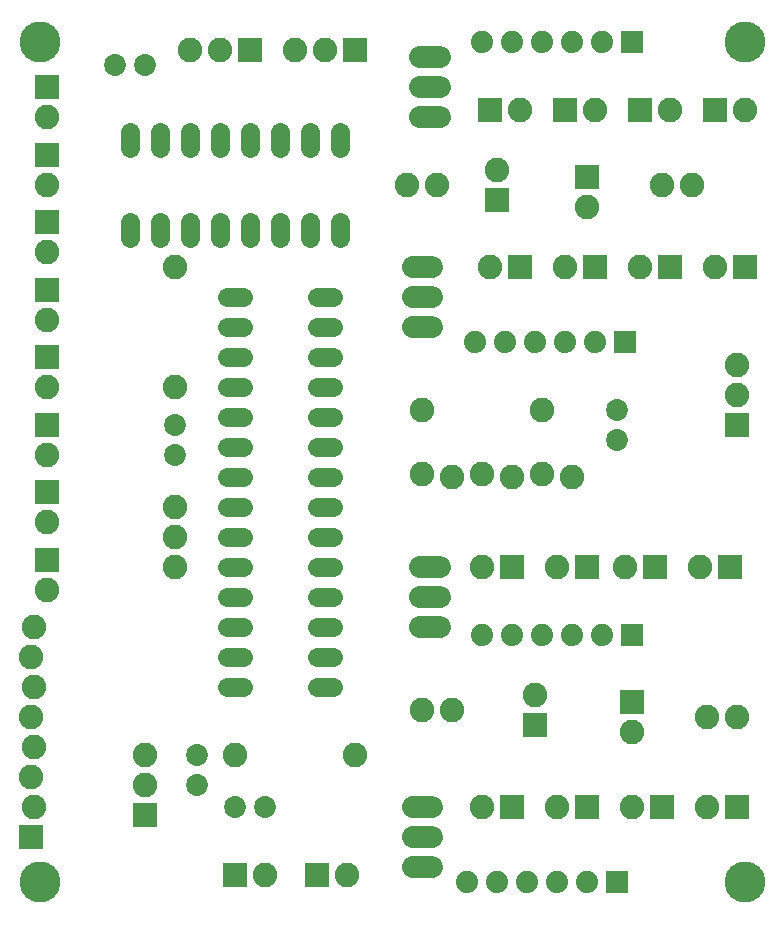
<source format=gbs>
G75*
%MOIN*%
%OFA0B0*%
%FSLAX24Y24*%
%IPPOS*%
%LPD*%
%AMOC8*
5,1,8,0,0,1.08239X$1,22.5*
%
%ADD10C,0.1365*%
%ADD11R,0.0820X0.0820*%
%ADD12C,0.0820*%
%ADD13C,0.0730*%
%ADD14C,0.0640*%
%ADD15C,0.0720*%
%ADD16R,0.0740X0.0740*%
%ADD17C,0.0740*%
D10*
X001100Y001150D03*
X024600Y001150D03*
X024600Y029150D03*
X001100Y029150D03*
D11*
X001350Y027650D03*
X001350Y025400D03*
X001350Y023150D03*
X001350Y020900D03*
X001350Y018650D03*
X001350Y016400D03*
X001350Y014150D03*
X001350Y011900D03*
X004600Y003400D03*
X007600Y001400D03*
X010350Y001400D03*
X016850Y003650D03*
X019350Y003650D03*
X017600Y006400D03*
X020850Y007150D03*
X021850Y003650D03*
X024350Y003650D03*
X024100Y011650D03*
X021600Y011650D03*
X019350Y011650D03*
X016850Y011650D03*
X024350Y016400D03*
X024600Y021650D03*
X022100Y021650D03*
X019600Y021650D03*
X017100Y021650D03*
X016350Y023900D03*
X016100Y026900D03*
X018600Y026900D03*
X019350Y024650D03*
X021100Y026900D03*
X023600Y026900D03*
X011600Y028900D03*
X008100Y028900D03*
X000800Y002650D03*
D12*
X000900Y003650D03*
X000800Y004650D03*
X000900Y005650D03*
X000800Y006650D03*
X000900Y007650D03*
X000800Y008650D03*
X000900Y009650D03*
X001350Y010900D03*
X001350Y013150D03*
X001350Y015400D03*
X001350Y017650D03*
X001350Y019900D03*
X001350Y022150D03*
X001350Y024400D03*
X001350Y026650D03*
X005600Y021650D03*
X005600Y017650D03*
X005600Y013650D03*
X005600Y012650D03*
X005600Y011650D03*
X004600Y005400D03*
X004600Y004400D03*
X007600Y005400D03*
X008600Y001400D03*
X011350Y001400D03*
X011600Y005400D03*
X013850Y006900D03*
X014850Y006900D03*
X015850Y003650D03*
X018350Y003650D03*
X020850Y003650D03*
X020850Y006150D03*
X023350Y006650D03*
X024350Y006650D03*
X023350Y003650D03*
X017600Y007400D03*
X018350Y011650D03*
X020600Y011650D03*
X023100Y011650D03*
X018850Y014650D03*
X017850Y014750D03*
X016850Y014650D03*
X015850Y014750D03*
X014850Y014650D03*
X013850Y014750D03*
X013850Y016900D03*
X017850Y016900D03*
X018600Y021650D03*
X019350Y023650D03*
X021100Y021650D03*
X021850Y024400D03*
X022850Y024400D03*
X022100Y026900D03*
X019600Y026900D03*
X017100Y026900D03*
X016350Y024900D03*
X014350Y024400D03*
X013350Y024400D03*
X016100Y021650D03*
X010600Y028900D03*
X009600Y028900D03*
X007100Y028900D03*
X006100Y028900D03*
X015850Y011650D03*
X024350Y017400D03*
X024350Y018400D03*
X023600Y021650D03*
X024600Y026900D03*
D13*
X020350Y016900D03*
X020350Y015900D03*
X008600Y003650D03*
X007600Y003650D03*
X006350Y004400D03*
X006350Y005400D03*
X005600Y015400D03*
X005600Y016400D03*
X004600Y028400D03*
X003600Y028400D03*
D14*
X004100Y026180D02*
X004100Y025620D01*
X005100Y025620D02*
X005100Y026180D01*
X006100Y026180D02*
X006100Y025620D01*
X007100Y025620D02*
X007100Y026180D01*
X008100Y026180D02*
X008100Y025620D01*
X009100Y025620D02*
X009100Y026180D01*
X010100Y026180D02*
X010100Y025620D01*
X011100Y025620D02*
X011100Y026180D01*
X011100Y023180D02*
X011100Y022620D01*
X010100Y022620D02*
X010100Y023180D01*
X009100Y023180D02*
X009100Y022620D01*
X008100Y022620D02*
X008100Y023180D01*
X007100Y023180D02*
X007100Y022620D01*
X006100Y022620D02*
X006100Y023180D01*
X005100Y023180D02*
X005100Y022620D01*
X004100Y022620D02*
X004100Y023180D01*
X007320Y020650D02*
X007880Y020650D01*
X007880Y019650D02*
X007320Y019650D01*
X007320Y018650D02*
X007880Y018650D01*
X007880Y017650D02*
X007320Y017650D01*
X007320Y016650D02*
X007880Y016650D01*
X007880Y015650D02*
X007320Y015650D01*
X007320Y014650D02*
X007880Y014650D01*
X007880Y013650D02*
X007320Y013650D01*
X007320Y012650D02*
X007880Y012650D01*
X007880Y011650D02*
X007320Y011650D01*
X007320Y010650D02*
X007880Y010650D01*
X007880Y009650D02*
X007320Y009650D01*
X007320Y008650D02*
X007880Y008650D01*
X007880Y007650D02*
X007320Y007650D01*
X010320Y007650D02*
X010880Y007650D01*
X010880Y008650D02*
X010320Y008650D01*
X010320Y009650D02*
X010880Y009650D01*
X010880Y010650D02*
X010320Y010650D01*
X010320Y011650D02*
X010880Y011650D01*
X010880Y012650D02*
X010320Y012650D01*
X010320Y013650D02*
X010880Y013650D01*
X010880Y014650D02*
X010320Y014650D01*
X010320Y015650D02*
X010880Y015650D01*
X010880Y016650D02*
X010320Y016650D01*
X010320Y017650D02*
X010880Y017650D01*
X010880Y018650D02*
X010320Y018650D01*
X010320Y019650D02*
X010880Y019650D01*
X010880Y020650D02*
X010320Y020650D01*
D15*
X013530Y020650D02*
X014170Y020650D01*
X014170Y021650D02*
X013530Y021650D01*
X013530Y019650D02*
X014170Y019650D01*
X014420Y026650D02*
X013780Y026650D01*
X013780Y027650D02*
X014420Y027650D01*
X014420Y028650D02*
X013780Y028650D01*
X013780Y011650D02*
X014420Y011650D01*
X014420Y010650D02*
X013780Y010650D01*
X013780Y009650D02*
X014420Y009650D01*
X014170Y003650D02*
X013530Y003650D01*
X013530Y002650D02*
X014170Y002650D01*
X014170Y001650D02*
X013530Y001650D01*
D16*
X020350Y001150D03*
X020850Y009400D03*
X020600Y019150D03*
X020850Y029150D03*
D17*
X019850Y029150D03*
X018850Y029150D03*
X017850Y029150D03*
X016850Y029150D03*
X015850Y029150D03*
X015600Y019150D03*
X016600Y019150D03*
X017600Y019150D03*
X018600Y019150D03*
X019600Y019150D03*
X019850Y009400D03*
X018850Y009400D03*
X017850Y009400D03*
X016850Y009400D03*
X015850Y009400D03*
X015350Y001150D03*
X016350Y001150D03*
X017350Y001150D03*
X018350Y001150D03*
X019350Y001150D03*
M02*

</source>
